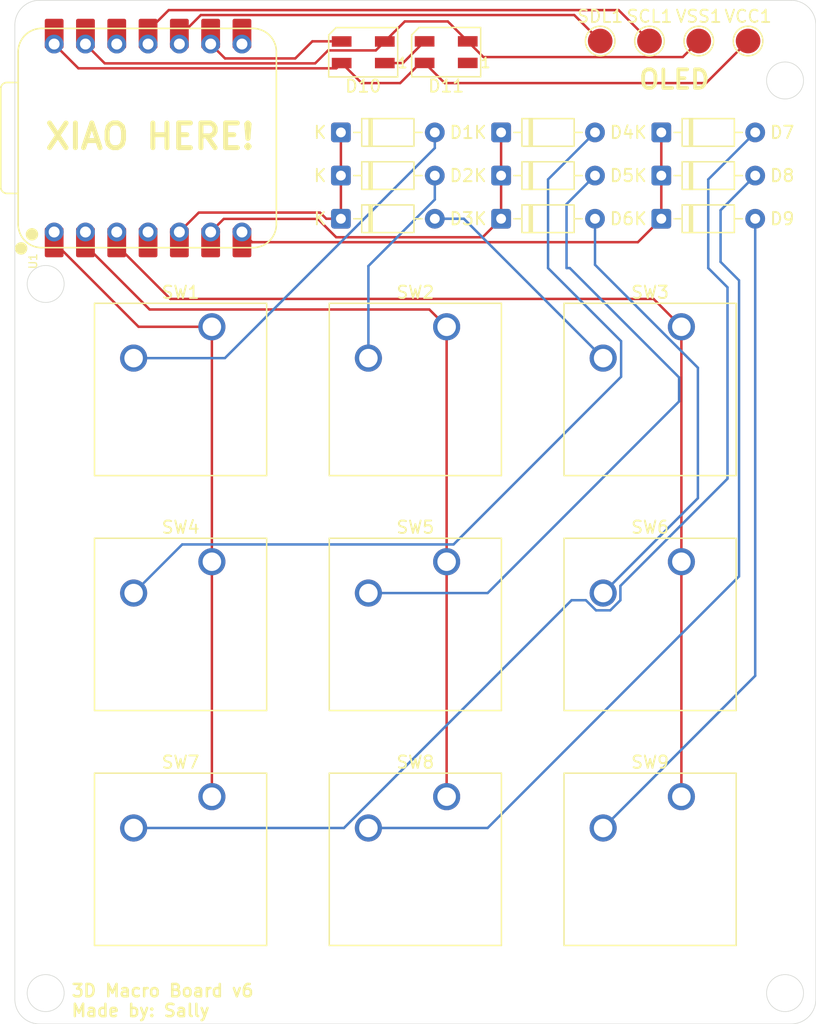
<source format=kicad_pcb>
(kicad_pcb (version 20241229) (generator "pcbnew") (generator_version "9.0")
  (layers (0 "F.Cu" signal) (2 "B.Cu" signal) (13 "F.Paste" user) (15 "B.Paste" user) (5 "F.SilkS" user "F.Silkscreen") (7 "B.SilkS" user "B.Silkscreen") (1 "F.Mask" user) (3 "B.Mask" user) (25 "Edge.Cuts" user))
  (net 0 "")
  (net 1 "+5V")
  (net 2 "GND")
  (net 3 "Net-(U1-GPIO3{slash}MOSI)")
  (net 4 "Net-(U1-GPIO4{slash}MISO)")
  (net 5 "/Row2")
  (net 6 "Net-(D1-A)")
  (net 7 "Net-(D2-A)")
  (net 8 "Net-(D3-A)")
  (net 9 "Net-(D4-A)")
  (net 10 "/Row1")
  (net 11 "Net-(D5-A)")
  (net 12 "Net-(D6-A)")
  (net 13 "Net-(D7-A)")
  (net 14 "/Row0")
  (net 15 "Net-(D8-A)")
  (net 16 "Net-(D9-A)")
  (net 17 "Net-(D10-DOUT)")
  (net 19 "/Col0")
  (net 20 "/Col1")
  (net 21 "/Col2")
  (net 22 "Net-(D10-DIN)")
  (footprint "Button_Switch_Keyboard:SW_Cherry_MX_1.00u_PCB" (layer "F.Cu") (at 104.03875 109.5225)
    (property "Reference" "SW5" (at -2.54 -2.794 0) (layer "F.SilkS"))
    (property "Value" "SW_Push")
    (fp_line (start -9.525 -1.905) (end 4.445 -1.905) (stroke (width 0.12)) (layer "F.SilkS"))
    (fp_line (start -9.525 12.065) (end -9.525 -1.905) (stroke (width 0.12)) (layer "F.SilkS"))
    (fp_line (start 4.445 -1.905) (end 4.445 12.065) (stroke (width 0.12)) (layer "F.SilkS"))
    (fp_line (start 4.445 12.065) (end -9.525 12.065) (stroke (width 0.12)) (layer "F.SilkS"))
    (pad "" np_thru_hole circle (at -7.62 5.08) (size 1.7 1.7) (drill 1.7) (layers "*.Cu" "*.Mask"))
    (pad "" np_thru_hole circle (at -2.54 5.08) (size 4 4) (drill 4) (layers "*.Cu" "*.Mask"))
    (pad "" np_thru_hole circle (at 2.54 5.08) (size 1.7 1.7) (drill 1.7) (layers "*.Cu" "*.Mask"))
    (pad "1" thru_hole circle (at 0 0) (size 2.2 2.2) (drill 1.5) (layers "*.Cu" "*.Mask") (net 20 "/Col1"))
    (pad "2" thru_hole circle (at -6.35 2.54) (size 2.2 2.2) (drill 1.5) (layers "*.Cu" "*.Mask") (net 11 "Net-(D5-A)"))
  )
  (footprint "Button_Switch_Keyboard:SW_Cherry_MX_1.00u_PCB" (layer "F.Cu") (at 84.98875 109.5225)
    (property "Reference" "SW4" (at -2.54 -2.794 0) (layer "F.SilkS"))
    (property "Value" "SW_Push")
    (fp_line (start -9.525 -1.905) (end 4.445 -1.905) (stroke (width 0.12)) (layer "F.SilkS"))
    (fp_line (start -9.525 12.065) (end -9.525 -1.905) (stroke (width 0.12)) (layer "F.SilkS"))
    (fp_line (start 4.445 -1.905) (end 4.445 12.065) (stroke (width 0.12)) (layer "F.SilkS"))
    (fp_line (start 4.445 12.065) (end -9.525 12.065) (stroke (width 0.12)) (layer "F.SilkS"))
    (pad "" np_thru_hole circle (at -7.62 5.08) (size 1.7 1.7) (drill 1.7) (layers "*.Cu" "*.Mask"))
    (pad "" np_thru_hole circle (at -2.54 5.08) (size 4 4) (drill 4) (layers "*.Cu" "*.Mask"))
    (pad "" np_thru_hole circle (at 2.54 5.08) (size 1.7 1.7) (drill 1.7) (layers "*.Cu" "*.Mask"))
    (pad "1" thru_hole circle (at 0 0) (size 2.2 2.2) (drill 1.5) (layers "*.Cu" "*.Mask") (net 19 "/Col0"))
    (pad "2" thru_hole circle (at -6.35 2.54) (size 2.2 2.2) (drill 1.5) (layers "*.Cu" "*.Mask") (net 9 "Net-(D4-A)"))
  )
  (footprint "TestPoint:TestPoint_Pad_D2.0mm" (layer "F.Cu") (at 124.5 67.3)
    (property "Reference" "VSS1" (at 0 -1.998 0) (layer "F.SilkS"))
    (property "Value" "TestPoint" (hide yes))
    (fp_circle (center 0 0) (end 0 1.2) (stroke (width 0.12)) (fill no) (layer "F.SilkS"))
    (pad "1" smd circle (at 0 0) (size 2 2) (layers "F.Cu" "F.Mask") (net 2 "GND"))
  )
  (footprint "Diode_THT:D_DO-35_SOD27_P7.62mm_Horizontal" (layer "F.Cu") (at 121.45875 78.2125)
    (property "Reference" "D8" (at 9.81 0 0) (layer "F.SilkS"))
    (property "Value" "1N4148")
    (fp_line (start 1.04 0) (end 1.69 0) (stroke (width 0.12)) (layer "F.SilkS"))
    (fp_line (start 2.29 -1.12) (end 2.29 1.12) (stroke (width 0.12)) (layer "F.SilkS"))
    (fp_line (start 2.41 -1.12) (end 2.41 1.12) (stroke (width 0.12)) (layer "F.SilkS"))
    (fp_line (start 2.53 -1.12) (end 2.53 1.12) (stroke (width 0.12)) (layer "F.SilkS"))
    (fp_line (start 6.58 0) (end 5.93 0) (stroke (width 0.12)) (layer "F.SilkS"))
    (fp_rect (start 1.69 -1.12) (end 5.93 1.12) (stroke (width 0.12)) (fill no) (layer "F.SilkS"))
    (fp_text user "K" (at -1.69 0 0) (layer "F.SilkS"))
    (pad "1" thru_hole roundrect (at 0 0) (size 1.6 1.6) (drill 0.8) (layers "*.Cu" "*.Mask") (roundrect_rratio 0.15625) (net 5 "/Row2"))
    (pad "2" thru_hole circle (at 7.62 0) (size 1.6 1.6) (drill 0.8) (layers "*.Cu" "*.Mask") (net 15 "Net-(D8-A)"))
  )
  (footprint "TestPoint:TestPoint_Pad_D2.0mm" (layer "F.Cu") (at 116.5 67.3)
    (property "Reference" "SDL1" (at 0 -1.998 0) (layer "F.SilkS"))
    (property "Value" "TestPoint" (hide yes))
    (fp_circle (center 0 0) (end 0 1.2) (stroke (width 0.12)) (fill no) (layer "F.SilkS"))
    (pad "1" smd circle (at 0 0) (size 2 2) (layers "F.Cu" "F.Mask") (net 4 "Net-(U1-GPIO4{slash}MISO)"))
  )
  (footprint "Diode_THT:D_DO-35_SOD27_P7.62mm_Horizontal" (layer "F.Cu") (at 108.45875 81.7125)
    (property "Reference" "D6" (at 9.81 0 0) (layer "F.SilkS"))
    (property "Value" "1N4148")
    (fp_line (start 1.04 0) (end 1.69 0) (stroke (width 0.12)) (layer "F.SilkS"))
    (fp_line (start 2.29 -1.12) (end 2.29 1.12) (stroke (width 0.12)) (layer "F.SilkS"))
    (fp_line (start 2.41 -1.12) (end 2.41 1.12) (stroke (width 0.12)) (layer "F.SilkS"))
    (fp_line (start 2.53 -1.12) (end 2.53 1.12) (stroke (width 0.12)) (layer "F.SilkS"))
    (fp_line (start 6.58 0) (end 5.93 0) (stroke (width 0.12)) (layer "F.SilkS"))
    (fp_rect (start 1.69 -1.12) (end 5.93 1.12) (stroke (width 0.12)) (fill no) (layer "F.SilkS"))
    (fp_text user "K" (at -1.69 0 0) (layer "F.SilkS"))
    (pad "1" thru_hole roundrect (at 0 0) (size 1.6 1.6) (drill 0.8) (layers "*.Cu" "*.Mask") (roundrect_rratio 0.15625) (net 10 "/Row1"))
    (pad "2" thru_hole circle (at 7.62 0) (size 1.6 1.6) (drill 0.8) (layers "*.Cu" "*.Mask") (net 12 "Net-(D6-A)"))
  )
  (footprint "Diode_THT:D_DO-35_SOD27_P7.62mm_Horizontal" (layer "F.Cu") (at 95.45875 81.7125)
    (property "Reference" "D3" (at 9.81 0 0) (layer "F.SilkS"))
    (property "Value" "1N4148")
    (fp_line (start 1.04 0) (end 1.69 0) (stroke (width 0.12)) (layer "F.SilkS"))
    (fp_line (start 2.29 -1.12) (end 2.29 1.12) (stroke (width 0.12)) (layer "F.SilkS"))
    (fp_line (start 2.41 -1.12) (end 2.41 1.12) (stroke (width 0.12)) (layer "F.SilkS"))
    (fp_line (start 2.53 -1.12) (end 2.53 1.12) (stroke (width 0.12)) (layer "F.SilkS"))
    (fp_line (start 6.58 0) (end 5.93 0) (stroke (width 0.12)) (layer "F.SilkS"))
    (fp_rect (start 1.69 -1.12) (end 5.93 1.12) (stroke (width 0.12)) (fill no) (layer "F.SilkS"))
    (fp_text user "K" (at -1.69 0 0) (layer "F.SilkS"))
    (pad "1" thru_hole roundrect (at 0 0) (size 1.6 1.6) (drill 0.8) (layers "*.Cu" "*.Mask") (roundrect_rratio 0.15625) (net 14 "/Row0"))
    (pad "2" thru_hole circle (at 7.62 0) (size 1.6 1.6) (drill 0.8) (layers "*.Cu" "*.Mask") (net 8 "Net-(D3-A)"))
  )
  (footprint "Button_Switch_Keyboard:SW_Cherry_MX_1.00u_PCB" (layer "F.Cu") (at 123.08875 128.5725)
    (property "Reference" "SW9" (at -2.54 -2.794 0) (layer "F.SilkS"))
    (property "Value" "SW_Push")
    (fp_line (start -9.525 -1.905) (end 4.445 -1.905) (stroke (width 0.12)) (layer "F.SilkS"))
    (fp_line (start -9.525 12.065) (end -9.525 -1.905) (stroke (width 0.12)) (layer "F.SilkS"))
    (fp_line (start 4.445 -1.905) (end 4.445 12.065) (stroke (width 0.12)) (layer "F.SilkS"))
    (fp_line (start 4.445 12.065) (end -9.525 12.065) (stroke (width 0.12)) (layer "F.SilkS"))
    (pad "" np_thru_hole circle (at -7.62 5.08) (size 1.7 1.7) (drill 1.7) (layers "*.Cu" "*.Mask"))
    (pad "" np_thru_hole circle (at -2.54 5.08) (size 4 4) (drill 4) (layers "*.Cu" "*.Mask"))
    (pad "" np_thru_hole circle (at 2.54 5.08) (size 1.7 1.7) (drill 1.7) (layers "*.Cu" "*.Mask"))
    (pad "1" thru_hole circle (at 0 0) (size 2.2 2.2) (drill 1.5) (layers "*.Cu" "*.Mask") (net 21 "/Col2"))
    (pad "2" thru_hole circle (at -6.35 2.54) (size 2.2 2.2) (drill 1.5) (layers "*.Cu" "*.Mask") (net 16 "Net-(D9-A)"))
  )
  (footprint "OPL:XIAO-RP2040-DIP" (layer "F.Cu") (at 79.80875 75.1675 90)
    (property "Reference" "U1" (at -9.987949 -9.328008 90) (layer "F.SilkS") (effects (font (size 0.635 0.635) (thickness 0.1016))))
    (property "Value" "XIAO-RP2040-DIP")
    (fp_line (start -3.991272 -11.951) (end 4.004 -11.951) (stroke (width 0.127)) (layer "F.SilkS"))
    (fp_line (start 4.504 -11.451) (end 4.504 -10.541) (stroke (width 0.127)) (layer "F.SilkS"))
    (fp_line (start 6.985 -10.541) (end -6.985 -10.541) (stroke (width 0.1)) (layer "F.SilkS"))
    (fp_line (start 6.985 -10.541) (end -6.985 -10.541) (stroke (width 0.127)) (layer "F.SilkS"))
    (fp_line (start -4.495 -10.541) (end -4.491272 -11.451272) (stroke (width 0.127)) (layer "F.SilkS"))
    (fp_line (start 8.89 8.509) (end 8.89 -8.636) (stroke (width 0.127)) (layer "F.SilkS"))
    (fp_line (start -8.89 8.509) (end -8.89 -8.636) (stroke (width 0.127)) (layer "F.SilkS"))
    (fp_line (start -6.985 10.414) (end 6.985 10.414) (stroke (width 0.127)) (layer "F.SilkS"))
    (fp_arc (start 4.004 -11.951) (mid 4.357553 -11.804553) (end 4.504 -11.451) (stroke (width 0.127)) (layer "F.SilkS"))
    (fp_arc (start -4.491272 -11.451272) (mid -4.344728 -11.80464) (end -3.991272 -11.951) (stroke (width 0.127)) (layer "F.SilkS"))
    (fp_arc (start 6.985 -10.541) (mid 8.332038 -9.983038) (end 8.89 -8.636) (stroke (width 0.127)) (layer "F.SilkS"))
    (fp_arc (start -8.89 -8.636) (mid -8.332038 -9.983038) (end -6.985 -10.541) (stroke (width 0.127)) (layer "F.SilkS"))
    (fp_arc (start 8.89 8.509) (mid 8.332038 9.856038) (end 6.985 10.414) (stroke (width 0.127)) (layer "F.SilkS"))
    (fp_arc (start -6.985 10.414) (mid -8.332038 9.856038) (end -8.89 8.509) (stroke (width 0.127)) (layer "F.SilkS"))
    (fp_circle (center -8.95 -10.3) (end -8.95 -10.554) (stroke (width 0.5)) (fill yes) (layer "F.SilkS"))
    (fp_circle (center -7.807 -9.42) (end -7.807 -9.674) (stroke (width 0.5)) (fill yes) (layer "F.SilkS"))
    (pad "1" smd roundrect (at -8.455 -7.62 270) (size 2.432 1.524) (layers "F.Cu" "F.Mask") (roundrect_rratio 0.1) (net 19 "/Col0"))
    (pad "1" thru_hole circle (at -7.62 -7.62 270) (size 1.524 1.524) (drill 0.889) (layers "*.Cu" "*.Mask") (net 19 "/Col0"))
    (pad "2" smd roundrect (at -8.455 -5.08 270) (size 2.432 1.524) (layers "F.Cu" "F.Mask") (roundrect_rratio 0.1) (net 20 "/Col1"))
    (pad "2" thru_hole circle (at -7.62 -5.08 270) (size 1.524 1.524) (drill 0.889) (layers "*.Cu" "*.Mask") (net 20 "/Col1"))
    (pad "3" smd roundrect (at -8.455 -2.54 270) (size 2.432 1.524) (layers "F.Cu" "F.Mask") (roundrect_rratio 0.1) (net 21 "/Col2"))
    (pad "3" thru_hole circle (at -7.62 -2.54 270) (size 1.524 1.524) (drill 0.889) (layers "*.Cu" "*.Mask") (net 21 "/Col2"))
    (pad "4" smd roundrect (at -8.455 0 270) (size 2.432 1.524) (layers "F.Cu" "F.Mask") (roundrect_rratio 0.1))
    (pad "4" thru_hole circle (at -7.62 0 270) (size 1.524 1.524) (drill 0.889) (layers "*.Cu" "*.Mask"))
    (pad "5" smd roundrect (at -8.455 2.54 270) (size 2.432 1.524) (layers "F.Cu" "F.Mask") (roundrect_rratio 0.1) (net 14 "/Row0"))
    (pad "5" thru_hole circle (at -7.62 2.54 270) (size 1.524 1.524) (drill 0.889) (layers "*.Cu" "*.Mask") (net 14 "/Row0"))
    (pad "6" smd roundrect (at -8.455 5.08 270) (size 2.432 1.524) (layers "F.Cu" "F.Mask") (roundrect_rratio 0.1) (net 10 "/Row1"))
    (pad "6" thru_hole circle (at -7.62 5.08 270) (size 1.524 1.524) (drill 0.889) (layers "*.Cu" "*.Mask") (net 10 "/Row1"))
    (pad "7" smd roundrect (at -8.455 7.62 270) (size 2.432 1.524) (layers "F.Cu" "F.Mask") (roundrect_rratio 0.1) (net 5 "/Row2"))
    (pad "7" thru_hole circle (at -7.62 7.62 270) (size 1.524 1.524) (drill 0.889) (layers "*.Cu" "*.Mask") (net 5 "/Row2"))
    (pad "8" thru_hole circle (at 7.62 7.62 90) (size 1.524 1.524) (drill 0.889) (layers "*.Cu" "*.Mask"))
    (pad "8" smd roundrect (at 8.455 7.62 90) (size 2.432 1.524) (layers "F.Cu" "F.Mask") (roundrect_rratio 0.1))
    (pad "9" thru_hole circle (at 7.62 5.08 90) (size 1.524 1.524) (drill 0.889) (layers "*.Cu" "*.Mask") (net 22 "Net-(D10-DIN)"))
    (pad "9" smd roundrect (at 8.455 5.08 90) (size 2.432 1.524) (layers "F.Cu" "F.Mask") (roundrect_rratio 0.1) (net 22 "Net-(D10-DIN)"))
    (pad "10" thru_hole circle (at 7.62 2.54 90) (size 1.524 1.524) (drill 0.889) (layers "*.Cu" "*.Mask") (net 4 "Net-(U1-GPIO4{slash}MISO)"))
    (pad "10" smd roundrect (at 8.455 2.54 90) (size 2.432 1.524) (layers "F.Cu" "F.Mask") (roundrect_rratio 0.1) (net 4 "Net-(U1-GPIO4{slash}MISO)"))
    (pad "11" thru_hole circle (at 7.62 0 90) (size 1.524 1.524) (drill 0.889) (layers "*.Cu" "*.Mask") (net 3 "Net-(U1-GPIO3{slash}MOSI)"))
    (pad "11" smd roundrect (at 8.455 0 90) (size 2.432 1.524) (layers "F.Cu" "F.Mask") (roundrect_rratio 0.1) (net 3 "Net-(U1-GPIO3{slash}MOSI)"))
    (pad "12" thru_hole circle (at 7.62 -2.54 90) (size 1.524 1.524) (drill 0.889) (layers "*.Cu" "*.Mask"))
    (pad "12" smd roundrect (at 8.455 -2.54 90) (size 2.432 1.524) (layers "F.Cu" "F.Mask") (roundrect_rratio 0.1))
    (pad "13" thru_hole circle (at 7.62 -5.08 90) (size 1.524 1.524) (drill 0.889) (layers "*.Cu" "*.Mask") (net 2 "GND"))
    (pad "13" smd roundrect (at 8.455 -5.08 90) (size 2.432 1.524) (layers "F.Cu" "F.Mask") (roundrect_rratio 0.1) (net 2 "GND"))
    (pad "14" thru_hole circle (at 7.62 -7.62 90) (size 1.524 1.524) (drill 0.889) (layers "*.Cu" "*.Mask") (net 1 "+5V"))
    (pad "14" smd roundrect (at 8.455 -7.62 90) (size 2.432 1.524) (layers "F.Cu" "F.Mask") (roundrect_rratio 0.1) (net 1 "+5V"))
  )
  (footprint "Diode_THT:D_DO-35_SOD27_P7.62mm_Horizontal" (layer "F.Cu") (at 121.45875 74.7125)
    (property "Reference" "D7" (at 9.81 0 0) (layer "F.SilkS"))
    (property "Value" "1N4148")
    (fp_line (start 1.04 0) (end 1.69 0) (stroke (width 0.12)) (layer "F.SilkS"))
    (fp_line (start 2.29 -1.12) (end 2.29 1.12) (stroke (width 0.12)) (layer "F.SilkS"))
    (fp_line (start 2.41 -1.12) (end 2.41 1.12) (stroke (width 0.12)) (layer "F.SilkS"))
    (fp_line (start 2.53 -1.12) (end 2.53 1.12) (stroke (width 0.12)) (layer "F.SilkS"))
    (fp_line (start 6.58 0) (end 5.93 0) (stroke (width 0.12)) (layer "F.SilkS"))
    (fp_rect (start 1.69 -1.12) (end 5.93 1.12) (stroke (width 0.12)) (fill no) (layer "F.SilkS"))
    (fp_text user "K" (at -1.69 0 0) (layer "F.SilkS"))
    (pad "1" thru_hole roundrect (at 0 0) (size 1.6 1.6) (drill 0.8) (layers "*.Cu" "*.Mask") (roundrect_rratio 0.15625) (net 5 "/Row2"))
    (pad "2" thru_hole circle (at 7.62 0) (size 1.6 1.6) (drill 0.8) (layers "*.Cu" "*.Mask") (net 13 "Net-(D7-A)"))
  )
  (footprint "TestPoint:TestPoint_Pad_D2.0mm" (layer "F.Cu") (at 120.5 67.3)
    (property "Reference" "SCL1" (at 0 -1.998 0) (layer "F.SilkS"))
    (property "Value" "TestPoint" (hide yes))
    (fp_circle (center 0 0) (end 0 1.2) (stroke (width 0.12)) (fill no) (layer "F.SilkS"))
    (pad "1" smd circle (at 0 0) (size 2 2) (layers "F.Cu" "F.Mask") (net 3 "Net-(U1-GPIO3{slash}MOSI)"))
  )
  (footprint "Diode_THT:D_DO-35_SOD27_P7.62mm_Horizontal" (layer "F.Cu") (at 108.45875 74.7125)
    (property "Reference" "D4" (at 9.81 0 0) (layer "F.SilkS"))
    (property "Value" "1N4148")
    (fp_line (start 1.04 0) (end 1.69 0) (stroke (width 0.12)) (layer "F.SilkS"))
    (fp_line (start 2.29 -1.12) (end 2.29 1.12) (stroke (width 0.12)) (layer "F.SilkS"))
    (fp_line (start 2.41 -1.12) (end 2.41 1.12) (stroke (width 0.12)) (layer "F.SilkS"))
    (fp_line (start 2.53 -1.12) (end 2.53 1.12) (stroke (width 0.12)) (layer "F.SilkS"))
    (fp_line (start 6.58 0) (end 5.93 0) (stroke (width 0.12)) (layer "F.SilkS"))
    (fp_rect (start 1.69 -1.12) (end 5.93 1.12) (stroke (width 0.12)) (fill no) (layer "F.SilkS"))
    (fp_text user "K" (at -1.69 0 0) (layer "F.SilkS"))
    (pad "1" thru_hole roundrect (at 0 0) (size 1.6 1.6) (drill 0.8) (layers "*.Cu" "*.Mask") (roundrect_rratio 0.15625) (net 10 "/Row1"))
    (pad "2" thru_hole circle (at 7.62 0) (size 1.6 1.6) (drill 0.8) (layers "*.Cu" "*.Mask") (net 9 "Net-(D4-A)"))
  )
  (footprint "Button_Switch_Keyboard:SW_Cherry_MX_1.00u_PCB" (layer "F.Cu") (at 123.08875 90.4725)
    (property "Reference" "SW3" (at -2.54 -2.794 0) (layer "F.SilkS"))
    (property "Value" "SW_Push")
    (fp_line (start -9.525 -1.905) (end 4.445 -1.905) (stroke (width 0.12)) (layer "F.SilkS"))
    (fp_line (start -9.525 12.065) (end -9.525 -1.905) (stroke (width 0.12)) (layer "F.SilkS"))
    (fp_line (start 4.445 -1.905) (end 4.445 12.065) (stroke (width 0.12)) (layer "F.SilkS"))
    (fp_line (start 4.445 12.065) (end -9.525 12.065) (stroke (width 0.12)) (layer "F.SilkS"))
    (pad "" np_thru_hole circle (at -7.62 5.08) (size 1.7 1.7) (drill 1.7) (layers "*.Cu" "*.Mask"))
    (pad "" np_thru_hole circle (at -2.54 5.08) (size 4 4) (drill 4) (layers "*.Cu" "*.Mask"))
    (pad "" np_thru_hole circle (at 2.54 5.08) (size 1.7 1.7) (drill 1.7) (layers "*.Cu" "*.Mask"))
    (pad "1" thru_hole circle (at 0 0) (size 2.2 2.2) (drill 1.5) (layers "*.Cu" "*.Mask") (net 21 "/Col2"))
    (pad "2" thru_hole circle (at -6.35 2.54) (size 2.2 2.2) (drill 1.5) (layers "*.Cu" "*.Mask") (net 8 "Net-(D3-A)"))
  )
  (footprint "Diode_THT:D_DO-35_SOD27_P7.62mm_Horizontal" (layer "F.Cu") (at 95.45875 78.2125)
    (property "Reference" "D2" (at 9.81 0 0) (layer "F.SilkS"))
    (property "Value" "1N4148")
    (fp_line (start 1.04 0) (end 1.69 0) (stroke (width 0.12)) (layer "F.SilkS"))
    (fp_line (start 2.29 -1.12) (end 2.29 1.12) (stroke (width 0.12)) (layer "F.SilkS"))
    (fp_line (start 2.41 -1.12) (end 2.41 1.12) (stroke (width 0.12)) (layer "F.SilkS"))
    (fp_line (start 2.53 -1.12) (end 2.53 1.12) (stroke (width 0.12)) (layer "F.SilkS"))
    (fp_line (start 6.58 0) (end 5.93 0) (stroke (width 0.12)) (layer "F.SilkS"))
    (fp_rect (start 1.69 -1.12) (end 5.93 1.12) (stroke (width 0.12)) (fill no) (layer "F.SilkS"))
    (fp_text user "K" (at -1.69 0 0) (layer "F.SilkS"))
    (pad "1" thru_hole roundrect (at 0 0) (size 1.6 1.6) (drill 0.8) (layers "*.Cu" "*.Mask") (roundrect_rratio 0.15625) (net 14 "/Row0"))
    (pad "2" thru_hole circle (at 7.62 0) (size 1.6 1.6) (drill 0.8) (layers "*.Cu" "*.Mask") (net 7 "Net-(D2-A)"))
  )
  (footprint "Button_Switch_Keyboard:SW_Cherry_MX_1.00u_PCB" (layer "F.Cu") (at 104.03875 90.4725)
    (property "Reference" "SW2" (at -2.54 -2.794 0) (layer "F.SilkS"))
    (property "Value" "SW_Push")
    (fp_line (start -9.525 -1.905) (end 4.445 -1.905) (stroke (width 0.12)) (layer "F.SilkS"))
    (fp_line (start -9.525 12.065) (end -9.525 -1.905) (stroke (width 0.12)) (layer "F.SilkS"))
    (fp_line (start 4.445 -1.905) (end 4.445 12.065) (stroke (width 0.12)) (layer "F.SilkS"))
    (fp_line (start 4.445 12.065) (end -9.525 12.065) (stroke (width 0.12)) (layer "F.SilkS"))
    (pad "" np_thru_hole circle (at -7.62 5.08) (size 1.7 1.7) (drill 1.7) (layers "*.Cu" "*.Mask"))
    (pad "" np_thru_hole circle (at -2.54 5.08) (size 4 4) (drill 4) (layers "*.Cu" "*.Mask"))
    (pad "" np_thru_hole circle (at 2.54 5.08) (size 1.7 1.7) (drill 1.7) (layers "*.Cu" "*.Mask"))
    (pad "1" thru_hole circle (at 0 0) (size 2.2 2.2) (drill 1.5) (layers "*.Cu" "*.Mask") (net 20 "/Col1"))
    (pad "2" thru_hole circle (at -6.35 2.54) (size 2.2 2.2) (drill 1.5) (layers "*.Cu" "*.Mask") (net 7 "Net-(D2-A)"))
  )
  (footprint "Button_Switch_Keyboard:SW_Cherry_MX_1.00u_PCB" (layer "F.Cu") (at 104.03875 128.5725)
    (property "Reference" "SW8" (at -2.54 -2.794 0) (layer "F.SilkS"))
    (property "Value" "SW_Push")
    (fp_line (start -9.525 -1.905) (end 4.445 -1.905) (stroke (width 0.12)) (layer "F.SilkS"))
    (fp_line (start -9.525 12.065) (end -9.525 -1.905) (stroke (width 0.12)) (layer "F.SilkS"))
    (fp_line (start 4.445 -1.905) (end 4.445 12.065) (stroke (width 0.12)) (layer "F.SilkS"))
    (fp_line (start 4.445 12.065) (end -9.525 12.065) (stroke (width 0.12)) (layer "F.SilkS"))
    (pad "" np_thru_hole circle (at -7.62 5.08) (size 1.7 1.7) (drill 1.7) (layers "*.Cu" "*.Mask"))
    (pad "" np_thru_hole circle (at -2.54 5.08) (size 4 4) (drill 4) (layers "*.Cu" "*.Mask"))
    (pad "" np_thru_hole circle (at 2.54 5.08) (size 1.7 1.7) (drill 1.7) (layers "*.Cu" "*.Mask"))
    (pad "1" thru_hole circle (at 0 0) (size 2.2 2.2) (drill 1.5) (layers "*.Cu" "*.Mask") (net 20 "/Col1"))
    (pad "2" thru_hole circle (at -6.35 2.54) (size 2.2 2.2) (drill 1.5) (layers "*.Cu" "*.Mask") (net 15 "Net-(D8-A)"))
  )
  (footprint "Diode_THT:D_DO-35_SOD27_P7.62mm_Horizontal" (layer "F.Cu") (at 108.45875 78.2125)
    (property "Reference" "D5" (at 9.81 0 0) (layer "F.SilkS"))
    (property "Value" "1N4148")
    (fp_line (start 1.04 0) (end 1.69 0) (stroke (width 0.12)) (layer "F.SilkS"))
    (fp_line (start 2.29 -1.12) (end 2.29 1.12) (stroke (width 0.12)) (layer "F.SilkS"))
    (fp_line (start 2.41 -1.12) (end 2.41 1.12) (stroke (width 0.12)) (layer "F.SilkS"))
    (fp_line (start 2.53 -1.12) (end 2.53 1.12) (stroke (width 0.12)) (layer "F.SilkS"))
    (fp_line (start 6.58 0) (end 5.93 0) (stroke (width 0.12)) (layer "F.SilkS"))
    (fp_rect (start 1.69 -1.12) (end 5.93 1.12) (stroke (width 0.12)) (fill no) (layer "F.SilkS"))
    (fp_text user "K" (at -1.69 0 0) (layer "F.SilkS"))
    (pad "1" thru_hole roundrect (at 0 0) (size 1.6 1.6) (drill 0.8) (layers "*.Cu" "*.Mask") (roundrect_rratio 0.15625) (net 10 "/Row1"))
    (pad "2" thru_hole circle (at 7.62 0) (size 1.6 1.6) (drill 0.8) (layers "*.Cu" "*.Mask") (net 11 "Net-(D5-A)"))
  )
  (footprint "Diode_THT:D_DO-35_SOD27_P7.62mm_Horizontal" (layer "F.Cu") (at 95.45875 74.7125)
    (property "Reference" "D1" (at 9.81 0 0) (layer "F.SilkS"))
    (property "Value" "1N4148")
    (fp_line (start 1.04 0) (end 1.69 0) (stroke (width 0.12)) (layer "F.SilkS"))
    (fp_line (start 2.29 -1.12) (end 2.29 1.12) (stroke (width 0.12)) (layer "F.SilkS"))
    (fp_line (start 2.41 -1.12) (end 2.41 1.12) (stroke (width 0.12)) (layer "F.SilkS"))
    (fp_line (start 2.53 -1.12) (end 2.53 1.12) (stroke (width 0.12)) (layer "F.SilkS"))
    (fp_line (start 6.58 0) (end 5.93 0) (stroke (width 0.12)) (layer "F.SilkS"))
    (fp_rect (start 1.69 -1.12) (end 5.93 1.12) (stroke (width 0.12)) (fill no) (layer "F.SilkS"))
    (fp_text user "K" (at -1.69 0 0) (layer "F.SilkS"))
    (pad "1" thru_hole roundrect (at 0 0) (size 1.6 1.6) (drill 0.8) (layers "*.Cu" "*.Mask") (roundrect_rratio 0.15625) (net 14 "/Row0"))
    (pad "2" thru_hole circle (at 7.62 0) (size 1.6 1.6) (drill 0.8) (layers "*.Cu" "*.Mask") (net 6 "Net-(D1-A)"))
  )
  (footprint "Button_Switch_Keyboard:SW_Cherry_MX_1.00u_PCB" (layer "F.Cu") (at 84.98875 90.4725)
    (property "Reference" "SW1" (at -2.54 -2.794 0) (layer "F.SilkS"))
    (property "Value" "SW_Push")
    (fp_line (start -9.525 -1.905) (end 4.445 -1.905) (stroke (width 0.12)) (layer "F.SilkS"))
    (fp_line (start -9.525 12.065) (end -9.525 -1.905) (stroke (width 0.12)) (layer "F.SilkS"))
    (fp_line (start 4.445 -1.905) (end 4.445 12.065) (stroke (width 0.12)) (layer "F.SilkS"))
    (fp_line (start 4.445 12.065) (end -9.525 12.065) (stroke (width 0.12)) (layer "F.SilkS"))
    (pad "" np_thru_hole circle (at -7.62 5.08) (size 1.7 1.7) (drill 1.7) (layers "*.Cu" "*.Mask"))
    (pad "" np_thru_hole circle (at -2.54 5.08) (size 4 4) (drill 4) (layers "*.Cu" "*.Mask"))
    (pad "" np_thru_hole circle (at 2.54 5.08) (size 1.7 1.7) (drill 1.7) (layers "*.Cu" "*.Mask"))
    (pad "1" thru_hole circle (at 0 0) (size 2.2 2.2) (drill 1.5) (layers "*.Cu" "*.Mask") (net 19 "/Col0"))
    (pad "2" thru_hole circle (at -6.35 2.54) (size 2.2 2.2) (drill 1.5) (layers "*.Cu" "*.Mask") (net 6 "Net-(D1-A)"))
  )
  (footprint "TestPoint:TestPoint_Pad_D2.0mm" (layer "F.Cu") (at 128.5 67.3)
    (property "Reference" "VCC1" (at 0 -1.998 0) (layer "F.SilkS"))
    (property "Value" "TestPoint" (hide yes))
    (fp_circle (center 0 0) (end 0 1.2) (stroke (width 0.12)) (fill no) (layer "F.SilkS"))
    (pad "1" smd circle (at 0 0) (size 2 2) (layers "F.Cu" "F.Mask") (net 1 "+5V"))
  )
  (footprint "Diode_THT:D_DO-35_SOD27_P7.62mm_Horizontal" (layer "F.Cu") (at 121.45875 81.7125)
    (property "Reference" "D9" (at 9.81 0 0) (layer "F.SilkS"))
    (property "Value" "1N4148")
    (fp_line (start 1.04 0) (end 1.69 0) (stroke (width 0.12)) (layer "F.SilkS"))
    (fp_line (start 2.29 -1.12) (end 2.29 1.12) (stroke (width 0.12)) (layer "F.SilkS"))
    (fp_line (start 2.41 -1.12) (end 2.41 1.12) (stroke (width 0.12)) (layer "F.SilkS"))
    (fp_line (start 2.53 -1.12) (end 2.53 1.12) (stroke (width 0.12)) (layer "F.SilkS"))
    (fp_line (start 6.58 0) (end 5.93 0) (stroke (width 0.12)) (layer "F.SilkS"))
    (fp_rect (start 1.69 -1.12) (end 5.93 1.12) (stroke (width 0.12)) (fill no) (layer "F.SilkS"))
    (fp_text user "K" (at -1.69 0 0) (layer "F.SilkS"))
    (pad "1" thru_hole roundrect (at 0 0) (size 1.6 1.6) (drill 0.8) (layers "*.Cu" "*.Mask") (roundrect_rratio 0.15625) (net 5 "/Row2"))
    (pad "2" thru_hole circle (at 7.62 0) (size 1.6 1.6) (drill 0.8) (layers "*.Cu" "*.Mask") (net 16 "Net-(D9-A)"))
  )
  (footprint "Button_Switch_Keyboard:SW_Cherry_MX_1.00u_PCB" (layer "F.Cu") (at 123.08875 109.5225)
    (property "Reference" "SW6" (at -2.54 -2.794 0) (layer "F.SilkS"))
    (property "Value" "SW_Push")
    (fp_line (start -9.525 -1.905) (end 4.445 -1.905) (stroke (width 0.12)) (layer "F.SilkS"))
    (fp_line (start -9.525 12.065) (end -9.525 -1.905) (stroke (width 0.12)) (layer "F.SilkS"))
    (fp_line (start 4.445 -1.905) (end 4.445 12.065) (stroke (width 0.12)) (layer "F.SilkS"))
    (fp_line (start 4.445 12.065) (end -9.525 12.065) (stroke (width 0.12)) (layer "F.SilkS"))
    (pad "" np_thru_hole circle (at -7.62 5.08) (size 1.7 1.7) (drill 1.7) (layers "*.Cu" "*.Mask"))
    (pad "" np_thru_hole circle (at -2.54 5.08) (size 4 4) (drill 4) (layers "*.Cu" "*.Mask"))
    (pad "" np_thru_hole circle (at 2.54 5.08) (size 1.7 1.7) (drill 1.7) (layers "*.Cu" "*.Mask"))
    (pad "1" thru_hole circle (at 0 0) (size 2.2 2.2) (drill 1.5) (layers "*.Cu" "*.Mask") (net 21 "/Col2"))
    (pad "2" thru_hole circle (at -6.35 2.54) (size 2.2 2.2) (drill 1.5) (layers "*.Cu" "*.Mask") (net 12 "Net-(D6-A)"))
  )
  (footprint "Button_Switch_Keyboard:SW_Cherry_MX_1.00u_PCB" (layer "F.Cu") (at 84.98875 128.5725)
    (property "Reference" "SW7" (at -2.54 -2.794 0) (layer "F.SilkS"))
    (property "Value" "SW_Push")
    (fp_line (start -9.525 -1.905) (end 4.445 -1.905) (stroke (width 0.12)) (layer "F.SilkS"))
    (fp_line (start -9.525 12.065) (end -9.525 -1.905) (stroke (width 0.12)) (layer "F.SilkS"))
    (fp_line (start 4.445 -1.905) (end 4.445 12.065) (stroke (width 0.12)) (layer "F.SilkS"))
    (fp_line (start 4.445 12.065) (end -9.525 12.065) (stroke (width 0.12)) (layer "F.SilkS"))
    (pad "" np_thru_hole circle (at -7.62 5.08) (size 1.7 1.7) (drill 1.7) (layers "*.Cu" "*.Mask"))
    (pad "" np_thru_hole circle (at -2.54 5.08) (size 4 4) (drill 4) (layers "*.Cu" "*.Mask"))
    (pad "" np_thru_hole circle (at 2.54 5.08) (size 1.7 1.7) (drill 1.7) (layers "*.Cu" "*.Mask"))
    (pad "1" thru_hole circle (at 0 0) (size 2.2 2.2) (drill 1.5) (layers "*.Cu" "*.Mask") (net 19 "/Col0"))
    (pad "2" thru_hole circle (at -6.35 2.54) (size 2.2 2.2) (drill 1.5) (layers "*.Cu" "*.Mask") (net 13 "Net-(D7-A)"))
  )
  (footprint "LED_SMD:LED_SK6812MINI_PLCC4_3.5x3.5mm_P1.75mm" (layer "F.Cu") (at 104 68.202973 180)
    (property "Reference" "D11" (at 0 -2.75 0) (layer "F.SilkS"))
    (property "Value" "SK6812MINI")
    (fp_line (start 2.8 1.4) (end 2.8 -2) (stroke (width 0.12)) (layer "F.SilkS"))
    (fp_line (start 2.8 1.4) (end 2.2 2) (stroke (width 0.12)) (layer "F.SilkS"))
    (fp_line (start -2.8 2) (end 2.2 2) (stroke (width 0.12)) (layer "F.SilkS"))
    (fp_line (start -2.8 -2) (end 2.8 -2) (stroke (width 0.12)) (layer "F.SilkS"))
    (fp_line (start -2.8 -2) (end -2.8 2) (stroke (width 0.12)) (layer "F.SilkS"))
    (fp_text user "1" (at -3.2 -0.875 0) (layer "F.SilkS") (effects (font (size 0.8 0.8))))
    (pad "1" smd rect (at -1.75 -0.875 180) (size 1.6 0.85) (layers "F.Cu" "F.Mask" "F.Paste"))
    (pad "2" smd rect (at -1.75 0.875 180) (size 1.6 0.85) (layers "F.Cu" "F.Mask" "F.Paste") (net 2 "GND"))
    (pad "3" smd rect (at 1.75 0.875 180) (size 1.6 0.85) (layers "F.Cu" "F.Mask" "F.Paste") (net 17 "Net-(D10-DOUT)"))
    (pad "4" smd rect (at 1.75 -0.875 180) (size 1.6 0.85) (layers "F.Cu" "F.Mask" "F.Paste") (net 1 "+5V"))
  )
  (footprint "LED_SMD:LED_SK6812MINI_PLCC4_3.5x3.5mm_P1.75mm" (layer "F.Cu") (at 97.26875 68.2125 180)
    (property "Reference" "D10" (at 0 -2.75 0) (layer "F.SilkS"))
    (property "Value" "SK6812MINI")
    (fp_line (start 2.8 1.4) (end 2.8 -2) (stroke (width 0.12)) (layer "F.SilkS"))
    (fp_line (start 2.8 1.4) (end 2.2 2) (stroke (width 0.12)) (layer "F.SilkS"))
    (fp_line (start -2.8 2) (end 2.2 2) (stroke (width 0.12)) (layer "F.SilkS"))
    (fp_line (start -2.8 -2) (end 2.8 -2) (stroke (width 0.12)) (layer "F.SilkS"))
    (fp_line (start -2.8 -2) (end -2.8 2) (stroke (width 0.12)) (layer "F.SilkS"))
    (fp_text user "1" (at -3.2 -0.875 0) (layer "F.SilkS") (effects (font (size 0.8 0.8))))
    (pad "1" smd rect (at -1.75 -0.875 180) (size 1.6 0.85) (layers "F.Cu" "F.Mask" "F.Paste") (net 17 "Net-(D10-DOUT)"))
    (pad "2" smd rect (at -1.75 0.875 180) (size 1.6 0.85) (layers "F.Cu" "F.Mask" "F.Paste") (net 2 "GND"))
    (pad "3" smd rect (at 1.75 0.875 180) (size 1.6 0.85) (layers "F.Cu" "F.Mask" "F.Paste") (net 22 "Net-(D10-DIN)"))
    (pad "4" smd rect (at 1.75 -0.875 180) (size 1.6 0.85) (layers "F.Cu" "F.Mask" "F.Paste") (net 1 "+5V"))
  )
  (gr_line (start 69 145) (end 69 66) (stroke (width 0.05)) (layer "Edge.Cuts"))
  (gr_circle (center 131.5 144.5) (end 133 144.5) (stroke (width 0.05)) (fill no) (layer "Edge.Cuts"))
  (gr_arc (start 69 66) (mid 69.585786 64.585786) (end 71 64) (stroke (width 0.05)) (layer "Edge.Cuts"))
  (gr_line (start 71 64) (end 132 64) (stroke (width 0.05)) (layer "Edge.Cuts"))
  (gr_circle (center 71.5 144.5) (end 73 144.5) (stroke (width 0.05)) (fill no) (layer "Edge.Cuts"))
  (gr_arc (start 134 145) (mid 133.414214 146.414214) (end 132 147) (stroke (width 0.05)) (layer "Edge.Cuts"))
  (gr_line (start 134 66) (end 134 145) (stroke (width 0.05)) (layer "Edge.Cuts"))
  (gr_circle (center 71.5 87) (end 73 87) (stroke (width 0.05)) (fill no) (layer "Edge.Cuts"))
  (gr_arc (start 71 147) (mid 69.585786 146.414214) (end 69 145) (stroke (width 0.05)) (layer "Edge.Cuts"))
  (gr_line (start 132 147) (end 71 147) (stroke (width 0.05)) (layer "Edge.Cuts"))
  (gr_arc (start 132 64) (mid 133.414214 64.585786) (end 134 66) (stroke (width 0.05)) (layer "Edge.Cuts"))
  (gr_circle (center 131.5 70.5) (end 133 70.5) (stroke (width 0.05)) (fill no) (layer "Edge.Cuts"))
  (gr_text "3D Macro Board v6\nMade by: Sally" (at 73.5 146.5 0) (layer "F.SilkS") (effects (font (size 1 1) (thickness 0.2) (bold yes)) (justify left bottom)))
  (gr_text "OLED" (at 119.5 71.3 0) (layer "F.SilkS") (effects (font (size 1.5 1.5) (thickness 0.3) (bold yes)) (justify left bottom)))
  (gr_text "XIAO HERE!" (at 71.26875 76.2125 0) (layer "F.SilkS") (effects (font (size 2 2) (thickness 0.4) (bold yes)) (justify left bottom)))
  (segment (start 103.884527 70.7125) (end 102.25 69.077973) (width 0.2) (layer "F.Cu") (net 1))
  (segment (start 95.09175 69.5145) (end 74.15575 69.5145) (width 0.2) (layer "F.Cu") (net 1))
  (segment (start 95.51875 69.0875) (end 97.14375 70.7125) (width 0.2) (layer "F.Cu") (net 1))
  (segment (start 100.26875 70.7125) (end 101.903277 69.077973) (width 0.2) (layer "F.Cu") (net 1))
  (segment (start 95.51875 69.0875) (end 95.09175 69.5145) (width 0.2) (layer "F.Cu") (net 1))
  (segment (start 125.0875 70.7125) (end 103.884527 70.7125) (width 0.2) (layer "F.Cu") (net 1))
  (segment (start 74.15575 69.5145) (end 72.18875 67.5475) (width 0.2) (layer "F.Cu") (net 1))
  (segment (start 101.903277 69.077973) (end 102.25 69.077973) (width 0.2) (layer "F.Cu") (net 1))
  (segment (start 97.14375 70.7125) (end 100.26875 70.7125) (width 0.2) (layer "F.Cu") (net 1))
  (segment (start 128.5 67.3) (end 125.0875 70.7125) (width 0.2) (layer "F.Cu") (net 1))
  (segment (start 76.29475 69.1135) (end 74.72875 67.5475) (width 0.2) (layer "F.Cu") (net 2))
  (segment (start 100.64375 65.7125) (end 99.01875 67.3375) (width 0.2) (layer "F.Cu") (net 2))
  (segment (start 93.36775 69.1135) (end 76.29475 69.1135) (width 0.2) (layer "F.Cu") (net 2))
  (segment (start 105.75 67.327973) (end 104.134527 65.7125) (width 0.2) (layer "F.Cu") (net 2))
  (segment (start 123.199 68.601) (end 107.023027 68.601) (width 0.2) (layer "F.Cu") (net 2))
  (segment (start 94.41775 68.0635) (end 93.36775 69.1135) (width 0.2) (layer "F.Cu") (net 2))
  (segment (start 98.29275 68.0635) (end 94.41775 68.0635) (width 0.2) (layer "F.Cu") (net 2))
  (segment (start 124.5 67.3) (end 123.199 68.601) (width 0.2) (layer "F.Cu") (net 2))
  (segment (start 104.134527 65.7125) (end 100.64375 65.7125) (width 0.2) (layer "F.Cu") (net 2))
  (segment (start 107.023027 68.601) (end 105.75 67.327973) (width 0.2) (layer "F.Cu") (net 2))
  (segment (start 99.01875 67.3375) (end 98.29275 68.0635) (width 0.2) (layer "F.Cu") (net 2))
  (segment (start 120.5 67.3) (end 117.9945 64.7945) (width 0.2) (layer "F.Cu") (net 3))
  (segment (start 81.48412 64.7945) (end 79.80875 66.46987) (width 0.2) (layer "F.Cu") (net 3))
  (segment (start 117.9945 64.7945) (end 81.48412 64.7945) (width 0.2) (layer "F.Cu") (net 3))
  (segment (start 79.80875 66.46987) (end 79.80875 67.5475) (width 0.2) (layer "F.Cu") (net 3))
  (segment (start 116.5 67.3) (end 114.3955 65.1955) (width 0.2) (layer "F.Cu") (net 4))
  (segment (start 82.34875 66.933874) (end 82.34875 67.5475) (width 0.2) (layer "F.Cu") (net 4))
  (segment (start 114.3955 65.1955) (end 84.087124 65.1955) (width 0.2) (layer "F.Cu") (net 4))
  (segment (start 84.087124 65.1955) (end 82.34875 66.933874) (width 0.2) (layer "F.Cu") (net 4))
  (segment (start 121.45875 81.7125) (end 119.55775 83.6135) (width 0.2) (layer "F.Cu") (net 5))
  (segment (start 121.45875 74.7125) (end 121.45875 81.7125) (width 0.2) (layer "F.Cu") (net 5))
  (segment (start 119.55775 83.6135) (end 88.25475 83.6135) (width 0.2) (layer "F.Cu") (net 5))
  (segment (start 88.25475 83.6135) (end 87.42875 82.7875) (width 0.2) (layer "F.Cu") (net 5))
  (segment (start 86.04491 93.0125) (end 103.07875 75.97866) (width 0.2) (layer "B.Cu") (net 6))
  (segment (start 78.63875 93.0125) (end 86.04491 93.0125) (width 0.2) (layer "B.Cu") (net 6))
  (segment (start 103.07875 75.97866) (end 103.07875 74.7125) (width 0.2) (layer "B.Cu") (net 6))
  (segment (start 97.68875 85.54545) (end 103.07875 80.15545) (width 0.2) (layer "B.Cu") (net 7))
  (segment (start 103.07875 80.15545) (end 103.07875 78.2125) (width 0.2) (layer "B.Cu") (net 7))
  (segment (start 97.68875 93.0125) (end 97.68875 85.54545) (width 0.2) (layer "B.Cu") (net 7))
  (segment (start 116.73875 93.0125) (end 105.43875 81.7125) (width 0.2) (layer "B.Cu") (net 8))
  (segment (start 105.43875 81.7125) (end 103.07875 81.7125) (width 0.2) (layer "B.Cu") (net 8))
  (segment (start 112.26875 85.7125) (end 118.19775 91.6415) (width 0.2) (layer "B.Cu") (net 9))
  (segment (start 82.57975 108.1215) (end 78.63875 112.0625) (width 0.2) (layer "B.Cu") (net 9))
  (segment (start 118.19775 94.52197) (end 104.59822 108.1215) (width 0.2) (layer "B.Cu") (net 9))
  (segment (start 116.07875 74.7125) (end 112.26875 78.5225) (width 0.2) (layer "B.Cu") (net 9))
  (segment (start 112.26875 78.5225) (end 112.26875 85.7125) (width 0.2) (layer "B.Cu") (net 9))
  (segment (start 118.19775 91.6415) (end 118.19775 94.52197) (width 0.2) (layer "B.Cu") (net 9))
  (segment (start 104.59822 108.1215) (end 82.57975 108.1215) (width 0.2) (layer "B.Cu") (net 9))
  (segment (start 85.95175 81.7245) (end 93.58459 81.7245) (width 0.2) (layer "F.Cu") (net 10))
  (segment (start 108.45875 74.7125) (end 108.45875 81.7125) (width 0.2) (layer "F.Cu") (net 10))
  (segment (start 84.88875 82.7875) (end 85.95175 81.7245) (width 0.2) (layer "F.Cu") (net 10))
  (segment (start 95.07259 83.2125) (end 106.95875 83.2125) (width 0.2) (layer "F.Cu") (net 10))
  (segment (start 93.58459 81.7245) (end 95.07259 83.2125) (width 0.2) (layer "F.Cu") (net 10))
  (segment (start 106.95875 83.2125) (end 108.45875 81.7125) (width 0.2) (layer "F.Cu") (net 10))
  (segment (start 113.76875 80.5225) (end 116.07875 78.2125) (width 0.2) (layer "B.Cu") (net 11))
  (segment (start 114.033566 85.7125) (end 113.76875 85.7125) (width 0.2) (layer "B.Cu") (net 11))
  (segment (start 113.76875 85.7125) (end 113.76875 80.5225) (width 0.2) (layer "B.Cu") (net 11))
  (segment (start 122.89975 94.578684) (end 114.033566 85.7125) (width 0.2) (layer "B.Cu") (net 11))
  (segment (start 107.363566 112.0625) (end 122.89975 96.526316) (width 0.2) (layer "B.Cu") (net 11))
  (segment (start 122.89975 96.526316) (end 122.89975 94.578684) (width 0.2) (layer "B.Cu") (net 11))
  (segment (start 97.68875 112.0625) (end 107.363566 112.0625) (width 0.2) (layer "B.Cu") (net 11))
  (segment (start 124.42775 104.3735) (end 124.42775 93.792814) (width 0.2) (layer "B.Cu") (net 12))
  (segment (start 116.73875 112.0625) (end 124.42775 104.3735) (width 0.2) (layer "B.Cu") (net 12))
  (segment (start 116.07875 85.443814) (end 116.07875 81.7125) (width 0.2) (layer "B.Cu") (net 12))
  (segment (start 124.42775 93.792814) (end 116.07875 85.443814) (width 0.2) (layer "B.Cu") (net 12))
  (segment (start 117.319064 113.4635) (end 118.13975 112.642814) (width 0.2) (layer "B.Cu") (net 13))
  (segment (start 115.33775 112.642814) (end 116.158436 113.4635) (width 0.2) (layer "B.Cu") (net 13))
  (segment (start 125.26875 85.7125) (end 125.26875 78.5225) (width 0.2) (layer "B.Cu") (net 13))
  (segment (start 126.82975 87.2735) (end 125.26875 85.7125) (width 0.2) (layer "B.Cu") (net 13))
  (segment (start 78.63875 131.1125) (end 95.707436 131.1125) (width 0.2) (layer "B.Cu") (net 13))
  (segment (start 95.707436 131.1125) (end 114.177122 112.642814) (width 0.2) (layer "B.Cu") (net 13))
  (segment (start 126.82975 102.792186) (end 126.82975 87.2735) (width 0.2) (layer "B.Cu") (net 13))
  (segment (start 116.158436 113.4635) (end 117.319064 113.4635) (width 0.2) (layer "B.Cu") (net 13))
  (segment (start 118.13975 112.642814) (end 118.13975 111.482186) (width 0.2) (layer "B.Cu") (net 13))
  (segment (start 118.13975 111.482186) (end 126.82975 102.792186) (width 0.2) (layer "B.Cu") (net 13))
  (segment (start 125.26875 78.5225) (end 129.07875 74.7125) (width 0.2) (layer "B.Cu") (net 13))
  (segment (start 114.177122 112.642814) (end 115.33775 112.642814) (width 0.2) (layer "B.Cu") (net 13))
  (segment (start 94.26875 81.7125) (end 93.76875 81.2125) (width 0.2) (layer "F.Cu") (net 14))
  (segment (start 83.92375 81.2125) (end 82.34875 82.7875) (width 0.2) (layer "F.Cu") (net 14))
  (segment (start 95.45875 81.7125) (end 94.26875 81.7125) (width 0.2) (layer "F.Cu") (net 14))
  (segment (start 93.76875 81.2125) (end 83.92375 81.2125) (width 0.2) (layer "F.Cu") (net 14))
  (segment (start 95.45875 74.7125) (end 95.45875 81.7125) (width 0.2) (layer "F.Cu") (net 14))
  (segment (start 127.76875 86.7125) (end 126.26875 85.2125) (width 0.2) (layer "B.Cu") (net 15))
  (segment (start 126.26875 81.0225) (end 129.07875 78.2125) (width 0.2) (layer "B.Cu") (net 15))
  (segment (start 97.68875 131.1125) (end 107.363566 131.1125) (width 0.2) (layer "B.Cu") (net 15))
  (segment (start 107.363566 131.1125) (end 127.76875 110.707316) (width 0.2) (layer "B.Cu") (net 15))
  (segment (start 127.76875 110.707316) (end 127.76875 86.7125) (width 0.2) (layer "B.Cu") (net 15))
  (segment (start 126.26875 85.2125) (end 126.26875 81.0225) (width 0.2) (layer "B.Cu") (net 15))
  (segment (start 129.07875 118.7725) (end 129.07875 81.7125) (width 0.2) (layer "B.Cu") (net 16))
  (segment (start 116.73875 131.1125) (end 129.07875 118.7725) (width 0.2) (layer "B.Cu") (net 16))
  (segment (start 100.490473 69.0875) (end 102.25 67.327973) (width 0.2) (layer "F.Cu") (net 17))
  (segment (start 99.01875 69.0875) (end 100.490473 69.0875) (width 0.2) (layer "F.Cu") (net 17))
  (segment (start 84.98875 90.4725) (end 79.03875 90.4725) (width 0.2) (layer "F.Cu") (net 19))
  (segment (start 79.03875 90.4725) (end 72.18875 83.6225) (width 0.2) (layer "F.Cu") (net 19))
  (segment (start 84.98875 128.5725) (end 84.98875 90.4725) (width 0.2) (layer "F.Cu") (net 19))
  (segment (start 104.03875 90.4725) (end 102.63775 89.0715) (width 0.2) (layer "F.Cu") (net 20))
  (segment (start 74.72875 83.86513) (end 74.72875 82.7875) (width 0.2) (layer "F.Cu") (net 20))
  (segment (start 79.93512 89.0715) (end 74.72875 83.86513) (width 0.2) (layer "F.Cu") (net 20))
  (segment (start 102.63775 89.0715) (end 79.93512 89.0715) (width 0.2) (layer "F.Cu") (net 20))
  (segment (start 104.03875 128.5725) (end 104.03875 90.4725) (width 0.2) (layer "F.Cu") (net 20))
  (segment (start 81.61612 88.2125) (end 77.26875 83.86513) (width 0.2) (layer "F.Cu") (net 21))
  (segment (start 120.82875 88.2125) (end 81.61612 88.2125) (width 0.2) (layer "F.Cu") (net 21))
  (segment (start 123.08875 90.4725) (end 120.82875 88.2125) (width 0.2) (layer "F.Cu") (net 21))
  (segment (start 123.08875 128.5725) (end 123.08875 90.4725) (width 0.2) (layer "F.Cu") (net 21))
  (segment (start 77.26875 83.86513) (end 77.26875 82.7875) (width 0.2) (layer "F.Cu") (net 21))
  (segment (start 86.05375 68.7125) (end 84.88875 67.5475) (width 0.2) (layer "F.Cu") (net 22))
  (segment (start 95.506344 67.325094) (end 93.141751 67.325094) (width 0.2) (layer "F.Cu") (net 22))
  (segment (start 91.754345 68.7125) (end 86.05375 68.7125) (width 0.2) (layer "F.Cu") (net 22))
  (segment (start 95.51875 67.3375) (end 95.506344 67.325094) (width 0.2) (layer "F.Cu") (net 22))
  (segment (start 93.141751 67.325094) (end 91.754345 68.7125) (width 0.2) (layer "F.Cu") (net 22))
)
</source>
